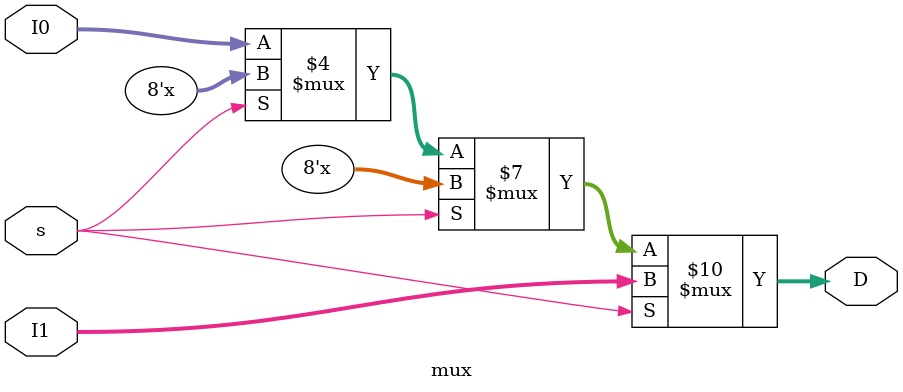
<source format=v>
`timescale 1ns / 1ps


module mux(s, I1, I0, D);
    input [7:0] I1, I0;
    input s;
    output reg [7:0] D;
    
    //write your code here
    
    always @(s, I1,I0) begin
    
    if (s) begin
    
    D = I1;
    end
    
    else if (~s)
    begin D = I0;
    end
    
    end

endmodule

</source>
